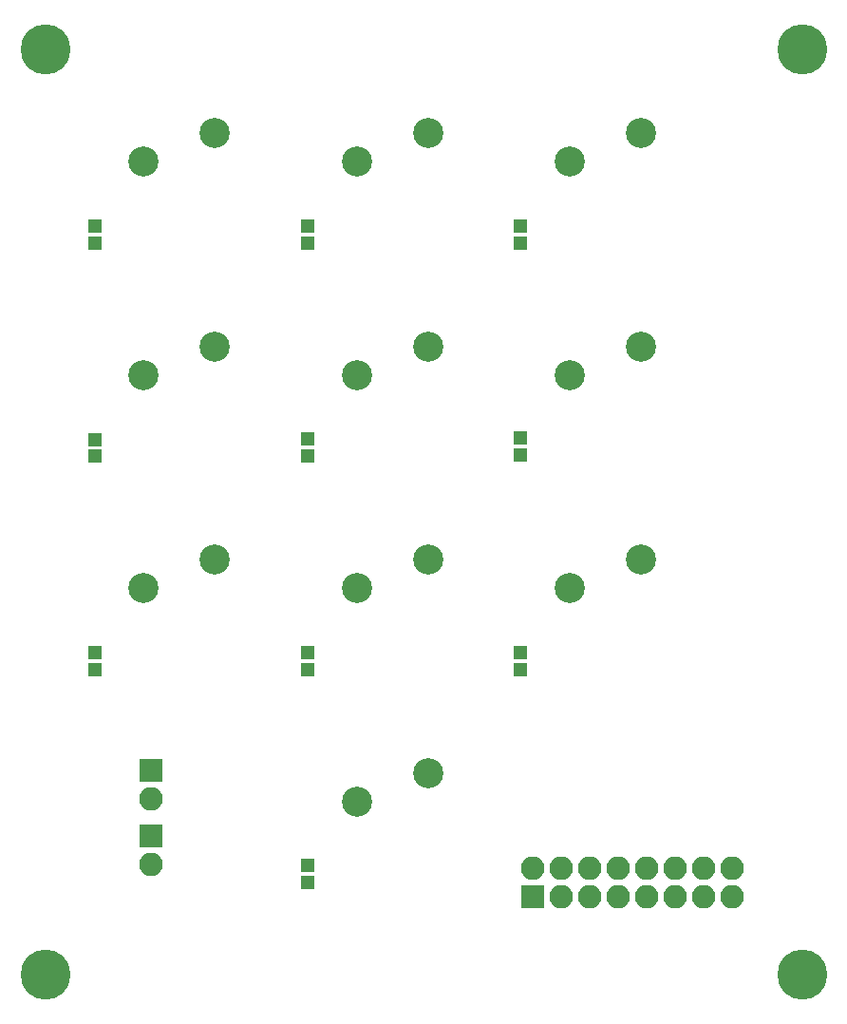
<source format=gbr>
G04 #@! TF.FileFunction,Soldermask,Bot*
%FSLAX46Y46*%
G04 Gerber Fmt 4.6, Leading zero omitted, Abs format (unit mm)*
G04 Created by KiCad (PCBNEW 4.0.5-e0-6337~49~ubuntu16.04.1) date Tue Jan  3 12:00:36 2017*
%MOMM*%
%LPD*%
G01*
G04 APERTURE LIST*
%ADD10C,0.100000*%
%ADD11R,1.150000X1.200000*%
%ADD12R,2.100000X2.100000*%
%ADD13O,2.100000X2.100000*%
%ADD14C,4.464000*%
%ADD15C,2.686000*%
G04 APERTURE END LIST*
D10*
D11*
X118600000Y-54600000D03*
X118600000Y-53100000D03*
X118600000Y-73600000D03*
X118600000Y-72100000D03*
X118600000Y-92600000D03*
X118600000Y-91100000D03*
X137600000Y-54600000D03*
X137600000Y-53100000D03*
X137600000Y-73550000D03*
X137600000Y-72050000D03*
X137600000Y-92600000D03*
X137600000Y-91100000D03*
X137600000Y-111600000D03*
X137600000Y-110100000D03*
X156600000Y-54600000D03*
X156600000Y-53100000D03*
X156550000Y-73500000D03*
X156550000Y-72000000D03*
X156600000Y-92600000D03*
X156600000Y-91100000D03*
D12*
X157700000Y-112850000D03*
D13*
X157700000Y-110310000D03*
X160240000Y-112850000D03*
X160240000Y-110310000D03*
X162780000Y-112850000D03*
X162780000Y-110310000D03*
X165320000Y-112850000D03*
X165320000Y-110310000D03*
X167860000Y-112850000D03*
X167860000Y-110310000D03*
X170400000Y-112850000D03*
X170400000Y-110310000D03*
X172940000Y-112850000D03*
X172940000Y-110310000D03*
X175480000Y-112850000D03*
X175480000Y-110310000D03*
D12*
X123650000Y-107460000D03*
D13*
X123650000Y-110000000D03*
D12*
X123650000Y-101560000D03*
D13*
X123650000Y-104100000D03*
D14*
X114200000Y-37300000D03*
X114200000Y-119800000D03*
X181700000Y-119800000D03*
X181700000Y-37300000D03*
D15*
X167340000Y-63820000D03*
X160990000Y-66360000D03*
X148340000Y-63820000D03*
X141990000Y-66360000D03*
X129340000Y-63820000D03*
X122990000Y-66360000D03*
X129340000Y-44820000D03*
X122990000Y-47360000D03*
X148340000Y-44820000D03*
X141990000Y-47360000D03*
X167340000Y-44820000D03*
X160990000Y-47360000D03*
X167340000Y-82820000D03*
X160990000Y-85360000D03*
X148340000Y-82820000D03*
X141990000Y-85360000D03*
X129340000Y-82820000D03*
X122990000Y-85360000D03*
X148340000Y-101820000D03*
X141990000Y-104360000D03*
M02*

</source>
